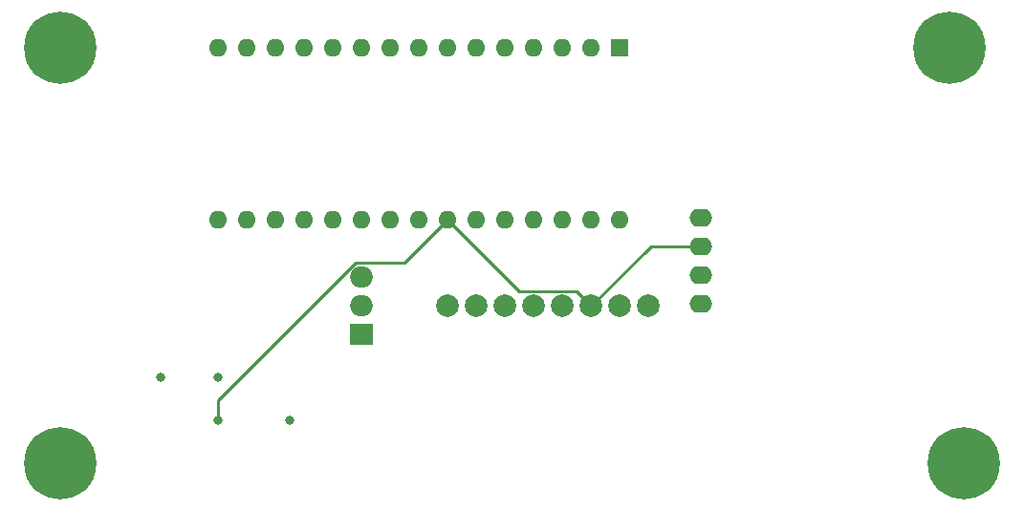
<source format=gbr>
G04 #@! TF.GenerationSoftware,KiCad,Pcbnew,(5.1.8)-1*
G04 #@! TF.CreationDate,2021-04-20T10:50:44+02:00*
G04 #@! TF.ProjectId,PB170,50423137-302e-46b6-9963-61645f706362,rev?*
G04 #@! TF.SameCoordinates,Original*
G04 #@! TF.FileFunction,Copper,L3,Inr*
G04 #@! TF.FilePolarity,Positive*
%FSLAX46Y46*%
G04 Gerber Fmt 4.6, Leading zero omitted, Abs format (unit mm)*
G04 Created by KiCad (PCBNEW (5.1.8)-1) date 2021-04-20 10:50:44*
%MOMM*%
%LPD*%
G01*
G04 APERTURE LIST*
G04 #@! TA.AperFunction,ComponentPad*
%ADD10O,2.000000X1.905000*%
G04 #@! TD*
G04 #@! TA.AperFunction,ComponentPad*
%ADD11R,2.000000X1.905000*%
G04 #@! TD*
G04 #@! TA.AperFunction,ComponentPad*
%ADD12C,2.000000*%
G04 #@! TD*
G04 #@! TA.AperFunction,ComponentPad*
%ADD13O,2.000000X1.600000*%
G04 #@! TD*
G04 #@! TA.AperFunction,ComponentPad*
%ADD14O,1.600000X1.600000*%
G04 #@! TD*
G04 #@! TA.AperFunction,ComponentPad*
%ADD15R,1.600000X1.600000*%
G04 #@! TD*
G04 #@! TA.AperFunction,ComponentPad*
%ADD16C,6.400000*%
G04 #@! TD*
G04 #@! TA.AperFunction,ViaPad*
%ADD17C,0.800000*%
G04 #@! TD*
G04 #@! TA.AperFunction,Conductor*
%ADD18C,0.250000*%
G04 #@! TD*
G04 APERTURE END LIST*
D10*
X66040000Y-57150000D03*
X66040000Y-59690000D03*
D11*
X66040000Y-62230000D03*
D12*
X73660000Y-59690000D03*
X76200000Y-59690000D03*
X78740000Y-59690000D03*
X81280000Y-59690000D03*
X83820000Y-59690000D03*
X86360000Y-59690000D03*
X88900000Y-59690000D03*
X91440000Y-59690000D03*
D13*
X96080000Y-56960000D03*
X96080000Y-59500000D03*
X96080000Y-54420000D03*
X96080000Y-51880000D03*
D14*
X53340000Y-52070000D03*
X53340000Y-36830000D03*
X88900000Y-52070000D03*
X55880000Y-36830000D03*
X86360000Y-52070000D03*
X58420000Y-36830000D03*
X83820000Y-52070000D03*
X60960000Y-36830000D03*
X81280000Y-52070000D03*
X63500000Y-36830000D03*
X78740000Y-52070000D03*
X66040000Y-36830000D03*
X76200000Y-52070000D03*
X68580000Y-36830000D03*
X73660000Y-52070000D03*
X71120000Y-36830000D03*
X71120000Y-52070000D03*
X73660000Y-36830000D03*
X68580000Y-52070000D03*
X76200000Y-36830000D03*
X66040000Y-52070000D03*
X78740000Y-36830000D03*
X63500000Y-52070000D03*
X81280000Y-36830000D03*
X60960000Y-52070000D03*
X83820000Y-36830000D03*
X58420000Y-52070000D03*
X86360000Y-36830000D03*
X55880000Y-52070000D03*
D15*
X88900000Y-36830000D03*
D16*
X39370000Y-73660000D03*
X119380000Y-73660000D03*
X118110000Y-36830000D03*
X39370000Y-36830000D03*
D17*
X48260000Y-66040000D03*
X53340000Y-69850000D03*
X59690000Y-69850000D03*
X53340000Y-66040000D03*
D18*
X91630000Y-54420000D02*
X86360000Y-59690000D01*
X96080000Y-54420000D02*
X91630000Y-54420000D01*
X79954999Y-58364999D02*
X73660000Y-52070000D01*
X85034999Y-58364999D02*
X79954999Y-58364999D01*
X86360000Y-59690000D02*
X85034999Y-58364999D01*
X65463339Y-55872490D02*
X53340000Y-67995829D01*
X69857510Y-55872490D02*
X65463339Y-55872490D01*
X73660000Y-52070000D02*
X69857510Y-55872490D01*
X53340000Y-67995829D02*
X53340000Y-69850000D01*
M02*

</source>
